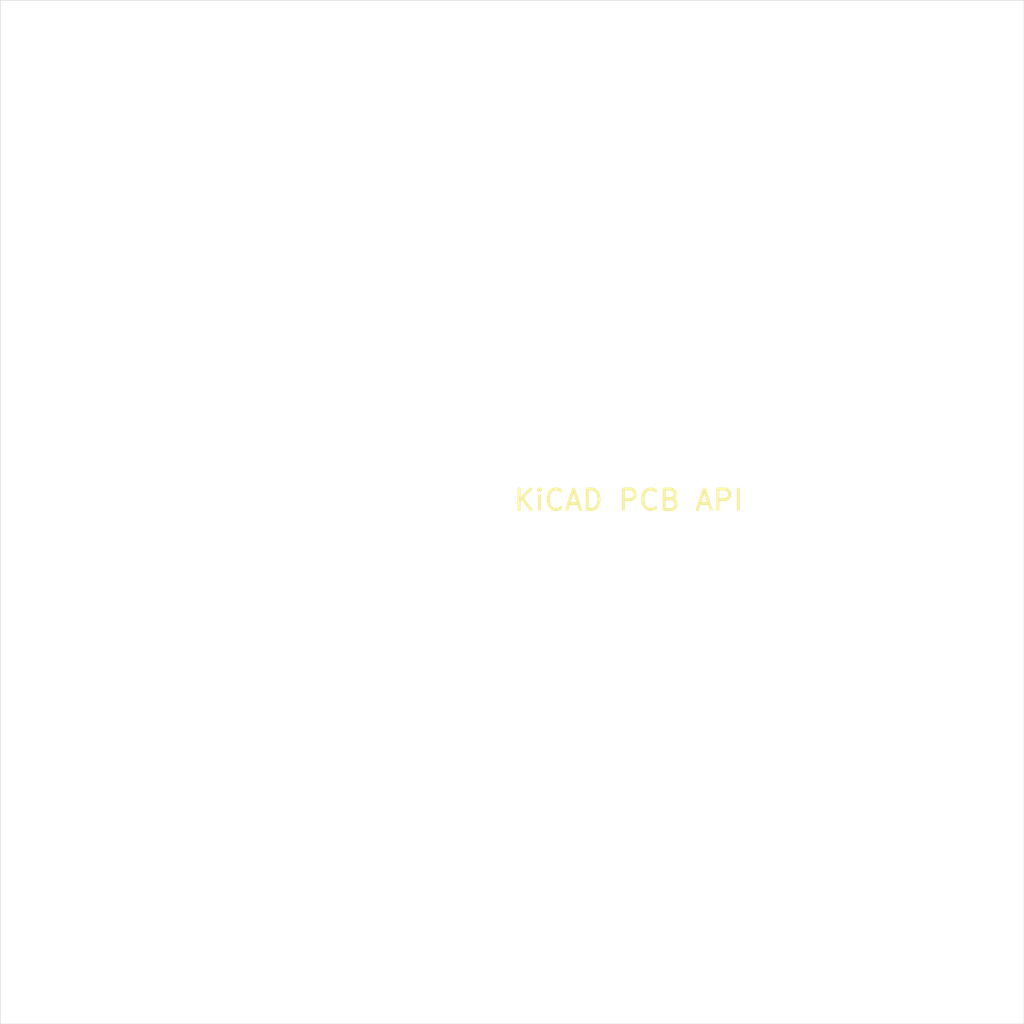
<source format=kicad_pcb>
(kicad_pcb (version 20241229) (generator "pcbnew") (generator_version "9.0")
	(general
		(thickness 1.6)
	)
	(paper "A4")
	(layers
		(0 "F.Cu" signal)
		(2 "B.Cu" signal)
		(5 "F.SilkS" user "F.Silkscreen")
		(25 "Edge.Cuts" user)
	)
	(setup
		(pad_to_mask_clearance 0)
	)
	(net 0 "")
	(gr_rect
		(start 50 50)
		(end 150 150)
		(stroke (width 0.05) (type solid))
		(fill none)
		(layer "Edge.Cuts")
		(uuid "a2038340-83af-4064-824c-f4571468d80e")
	)
	(gr_text "KiCAD PCB API"
		(at 100 100 0)
		(layer "F.SilkS")
		(uuid "d5038340-83af-4064-824c-f4571468d80h")
		(effects
			(font
				(size 2 2)
				(thickness 0.3)
			)
			(justify left bottom)
		)
	)
	(embedded_fonts no)
)

</source>
